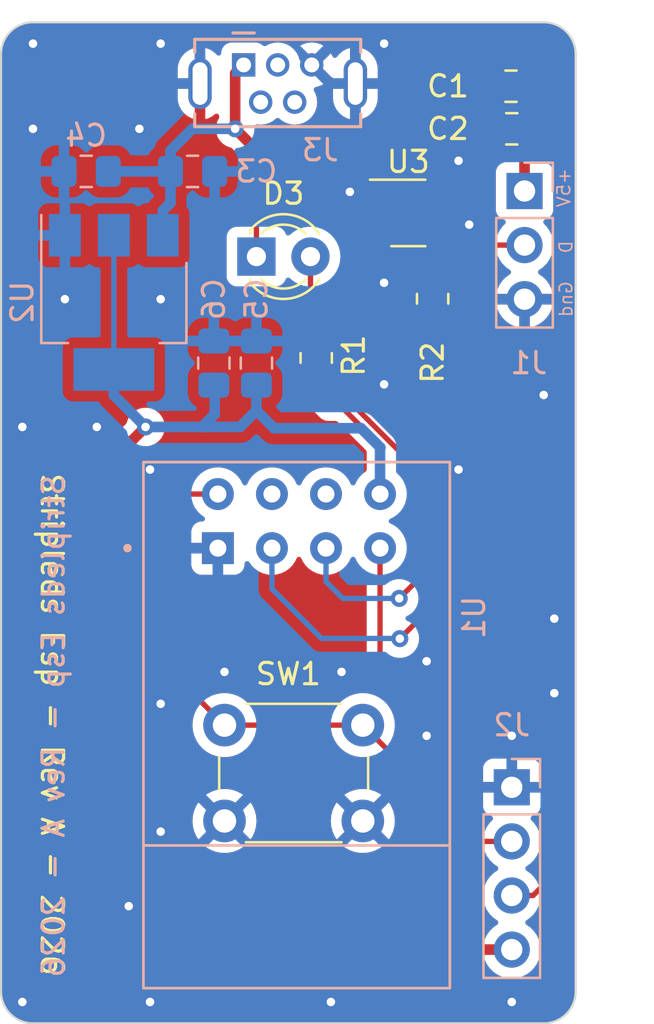
<source format=kicad_pcb>
(kicad_pcb (version 20221018) (generator pcbnew)
  (title_block (title "Carte Stripleds Nano") (date "2025-12-13") (rev "Rev A") (company "BPC") (comment 1 "2 SW - 2 LEDs - 1 Bandeau RGB - Alim USB"))
  (layers (0 "F.Cu" signal) (31 "B.Cu" signal) (34 "B.Paste" user) (35 "F.Paste" user) (36 "B.SilkS" user "B.Silkscreen") (37 "F.SilkS" user "F.Silkscreen") (38 "B.Mask" user) (39 "F.Mask" user) (44 "Edge.Cuts" user))
  (net 0 "")
  (net 1 "Net-(D3-K)")
  (net 2 "Net-(D3-A)")
  (net 3 "DATA")
  (net 4 "Net-(J2-Pin_2)")
  (net 5 "Net-(J2-Pin_3)")
  (net 6 "+3.3V")
  (net 7 "GND")
  (net 10 "+5V")
  (net 14 "Net-(J1-Pin_2)")
  (net 15 "Net-(R2-Pad2)")
  (footprint "Button_Switch_THT:SW_PUSH_6mm" (layer "F.Cu") (at 140.5 87)
    (fp_text reference "SW1" (at 3 -2.4) (layer "F.SilkS"))
    (fp_text value "SW_Push")
    (fp_line (start -0.25 1.5) (end -0.25 3) (stroke (width 0.12)) (layer "F.SilkS"))
    (fp_line (start 1 5.5) (end 5.5 5.5) (stroke (width 0.12)) (layer "F.SilkS"))
    (fp_line (start 5.5 -1) (end 1 -1) (stroke (width 0.12)) (layer "F.SilkS"))
    (fp_line (start 6.75 3) (end 6.75 1.5) (stroke (width 0.12)) (layer "F.SilkS"))
    (pad "1" thru_hole circle (at 0 0 90) (size 2 2) (drill 1.1) (layers "*.Cu" "*.Mask") (net 4 "Net-(J2-Pin_2)"))
    (pad "1" thru_hole circle (at 6.5 0 90) (size 2 2) (drill 1.1) (layers "*.Cu" "*.Mask") (net 4 "Net-(J2-Pin_2)"))
    (pad "2" thru_hole circle (at 0 4.5 90) (size 2 2) (drill 1.1) (layers "*.Cu" "*.Mask") (net 7 "GND"))
    (pad "2" thru_hole circle (at 6.5 4.5 90) (size 2 2) (drill 1.1) (layers "*.Cu" "*.Mask") (net 7 "GND"))
  )
  (footprint "LED_THT:LED_D3.0mm_FlatTop" (layer "F.Cu") (at 142 65)
    (fp_text reference "D3" (at 1.27 -2.96) (layer "F.SilkS"))
    (fp_text value "LED")
    (fp_line (start -0.29 -1.236) (end -0.29 -1.08) (stroke (width 0.12)) (layer "F.SilkS"))
    (fp_line (start -0.29 1.08) (end -0.29 1.236) (stroke (width 0.12)) (layer "F.SilkS"))
    (fp_arc (start -0.29 -1.235516) (mid 1.366487 -1.987659) (end 2.942335 -1.078608) (stroke (width 0.12)) (layer "F.SilkS"))
    (fp_arc (start 0.229039 -1.08) (mid 1.270117 -1.5) (end 2.31113 -1.079837) (stroke (width 0.12)) (layer "F.SilkS"))
    (fp_arc (start 2.31113 1.079837) (mid 1.270117 1.5) (end 0.229039 1.08) (stroke (width 0.12)) (layer "F.SilkS"))
    (fp_arc (start 2.942335 1.078608) (mid 1.366487 1.987659) (end -0.29 1.235516) (stroke (width 0.12)) (layer "F.SilkS"))
    (pad "1" thru_hole rect (at 0 0) (size 1.8 1.8) (drill 0.9) (layers "*.Cu" "*.Mask") (net 1 "Net-(D3-K)"))
    (pad "2" thru_hole circle (at 2.54 0) (size 1.8 1.8) (drill 0.9) (layers "*.Cu" "*.Mask") (net 2 "Net-(D3-A)"))
  )
  (footprint "Resistor_SMD:R_0805_2012Metric_Pad1.20x1.40mm_HandSolder" (layer "F.Cu") (at 144.81 69.76 -90)
    (fp_text reference "R1" (at -0.11 -1.76 90) (layer "F.SilkS"))
    (fp_text value "220")
    (fp_line (start -0.227064 -0.735) (end 0.227064 -0.735) (stroke (width 0.12)) (layer "F.SilkS"))
    (fp_line (start -0.227064 0.735) (end 0.227064 0.735) (stroke (width 0.12)) (layer "F.SilkS"))
    (pad "1" smd roundrect (at -1 0 270) (size 1.2 1.4) (layers "F.Cu" "F.Paste" "F.Mask") (roundrect_rratio 0.208333) (net 2 "Net-(D3-A)"))
    (pad "2" smd roundrect (at 1 0 270) (size 1.2 1.4) (layers "F.Cu" "F.Paste" "F.Mask") (roundrect_rratio 0.208333) (net 6 "+3.3V"))
  )
  (footprint "Capacitor_SMD:C_0805_2012Metric_Pad1.18x1.45mm_HandSolder" (layer "F.Cu") (at 153.9625 57)
    (fp_text reference "C1" (at -2.9625 0) (layer "F.SilkS"))
    (fp_text value "10n")
    (fp_line (start -0.261252 -0.735) (end 0.261252 -0.735) (stroke (width 0.12)) (layer "F.SilkS"))
    (fp_line (start -0.261252 0.735) (end 0.261252 0.735) (stroke (width 0.12)) (layer "F.SilkS"))
    (pad "1" smd roundrect (at -1.0375 0) (size 1.175 1.45) (layers "F.Cu" "F.Paste" "F.Mask") (roundrect_rratio 0.212766) (net 7 "GND"))
    (pad "2" smd roundrect (at 1.0375 0) (size 1.175 1.45) (layers "F.Cu" "F.Paste" "F.Mask") (roundrect_rratio 0.212766) (net 10 "+5V"))
  )
  (footprint "Capacitor_SMD:C_0805_2012Metric_Pad1.18x1.45mm_HandSolder" (layer "F.Cu") (at 154 59 180)
    (fp_text reference "C2" (at 3 0) (layer "F.SilkS"))
    (fp_text value "1µF")
    (fp_line (start -0.261252 -0.735) (end 0.261252 -0.735) (stroke (width 0.12)) (layer "F.SilkS"))
    (fp_line (start -0.261252 0.735) (end 0.261252 0.735) (stroke (width 0.12)) (layer "F.SilkS"))
    (pad "1" smd roundrect (at -1.0375 0 180) (size 1.175 1.45) (layers "F.Cu" "F.Paste" "F.Mask") (roundrect_rratio 0.212766) (net 10 "+5V"))
    (pad "2" smd roundrect (at 1.0375 0 180) (size 1.175 1.45) (layers "F.Cu" "F.Paste" "F.Mask") (roundrect_rratio 0.212766) (net 7 "GND"))
  )
  (footprint "Package_TO_SOT_SMD:SOT-23-5" (layer "F.Cu") (at 149.1375 62.95)
    (fp_text reference "U3" (at 0 -2.4) (layer "F.SilkS"))
    (fp_text value "74AHCT1G125")
    (fp_line (start 0 -1.56) (end -1.8 -1.56) (stroke (width 0.12)) (layer "F.SilkS"))
    (fp_line (start 0 -1.56) (end 0.8 -1.56) (stroke (width 0.12)) (layer "F.SilkS"))
    (fp_line (start 0 1.56) (end -0.8 1.56) (stroke (width 0.12)) (layer "F.SilkS"))
    (fp_line (start 0 1.56) (end 0.8 1.56) (stroke (width 0.12)) (layer "F.SilkS"))
    (pad "1" smd roundrect (at -1.1375 -0.95) (size 1.325 0.6) (layers "F.Cu" "F.Paste" "F.Mask") (net 7 "GND"))
    (pad "2" smd roundrect (at -1.1375 0) (size 1.325 0.6) (layers "F.Cu" "F.Paste" "F.Mask") (net 3 "DATA"))
    (pad "3" smd roundrect (at -1.1375 0.95) (size 1.325 0.6) (layers "F.Cu" "F.Paste" "F.Mask") (net 7 "GND"))
    (pad "4" smd roundrect (at 1.1375 0.95) (size 1.325 0.6) (layers "F.Cu" "F.Paste" "F.Mask") (net 15 "Net-(R2-Pad2)"))
    (pad "5" smd roundrect (at 1.1375 -0.95) (size 1.325 0.6) (layers "F.Cu" "F.Paste" "F.Mask") (net 10 "+5V"))
  )
  (footprint "Resistor_SMD:R_0805_2012Metric_Pad1.20x1.40mm_HandSolder" (layer "F.Cu") (at 150.28 66.98 90)
    (fp_text reference "R2" (at -3 0 -270) (layer "F.SilkS"))
    (fp_text value "100")
    (fp_line (start -0.227064 -0.735) (end 0.227064 -0.735) (stroke (width 0.12)) (layer "F.SilkS"))
    (fp_line (start -0.227064 0.735) (end 0.227064 0.735) (stroke (width 0.12)) (layer "F.SilkS"))
    (pad "1" smd roundrect (at -1 0 90) (size 1.2 1.4) (layers "F.Cu" "F.Paste" "F.Mask") (roundrect_rratio 0.208333) (net 14 "Net-(J1-Pin_2)"))
    (pad "2" smd roundrect (at 1 0 90) (size 1.2 1.4) (layers "F.Cu" "F.Paste" "F.Mask") (roundrect_rratio 0.208333) (net 15 "Net-(R2-Pad2)"))
  )
  (footprint "Capacitor_SMD:C_0805_2012Metric_Pad1.18x1.45mm_HandSolder" (layer "B.Cu") (at 139 61 180)
    (fp_text reference "C3" (at -3 0) (layer "B.SilkS") (effects (justify mirror)))
    (fp_text value "1µF")
    (fp_line (start -0.261252 -0.735) (end 0.261252 -0.735) (stroke (width 0.12)) (layer "B.SilkS"))
    (fp_line (start -0.261252 0.735) (end 0.261252 0.735) (stroke (width 0.12)) (layer "B.SilkS"))
    (pad "1" smd roundrect (at -1.0375 0 180) (size 1.175 1.45) (layers "B.Cu" "B.Paste" "B.Mask") (roundrect_rratio 0.212766) (net 7 "GND"))
    (pad "2" smd roundrect (at 1.0375 0 180) (size 1.175 1.45) (layers "B.Cu" "B.Paste" "B.Mask") (roundrect_rratio 0.212766) (net 10 "+5V"))
  )
  (footprint "Connector_PinHeader_2.54mm:PinHeader_1x04_P2.54mm_Vertical" (layer "B.Cu") (at 154 89.92 180)
    (fp_text reference "J2" (at 0 2.92) (layer "B.SilkS") (effects (justify mirror)))
    (fp_text value "Prog")
    (fp_line (start -1.33 -8.95) (end 1.33 -8.95) (stroke (width 0.12)) (layer "B.SilkS"))
    (fp_line (start -1.33 -1.27) (end -1.33 -8.95) (stroke (width 0.12)) (layer "B.SilkS"))
    (fp_line (start -1.33 -1.27) (end 1.33 -1.27) (stroke (width 0.12)) (layer "B.SilkS"))
    (fp_line (start -1.33 0) (end -1.33 1.33) (stroke (width 0.12)) (layer "B.SilkS"))
    (fp_line (start -1.33 1.33) (end 0 1.33) (stroke (width 0.12)) (layer "B.SilkS"))
    (fp_line (start 1.33 -1.27) (end 1.33 -8.95) (stroke (width 0.12)) (layer "B.SilkS"))
    (pad "1" thru_hole rect (at 0 0 180) (size 1.7 1.7) (drill 1) (layers "*.Cu" "*.Mask") (net 7 "GND"))
    (pad "2" thru_hole oval (at 0 -2.54 180) (size 1.7 1.7) (drill 1) (layers "*.Cu" "*.Mask") (net 4 "Net-(J2-Pin_2)"))
    (pad "3" thru_hole oval (at 0 -5.08 180) (size 1.7 1.7) (drill 1) (layers "*.Cu" "*.Mask") (net 5 "Net-(J2-Pin_3)"))
    (pad "4" thru_hole oval (at 0 -7.62 180) (size 1.7 1.7) (drill 1) (layers "*.Cu" "*.Mask") (net 6 "+3.3V"))
  )
  (footprint "Capacitor_SMD:C_0805_2012Metric_Pad1.18x1.45mm_HandSolder" (layer "B.Cu") (at 142 70 -90)
    (fp_text reference "C5" (at -3 0 90) (layer "B.SilkS") (effects (justify mirror)))
    (fp_text value "1µF")
    (fp_line (start -0.261252 -0.735) (end 0.261252 -0.735) (stroke (width 0.12)) (layer "B.SilkS"))
    (fp_line (start -0.261252 0.735) (end 0.261252 0.735) (stroke (width 0.12)) (layer "B.SilkS"))
    (pad "1" smd roundrect (at -1.0375 0 270) (size 1.175 1.45) (layers "B.Cu" "B.Paste" "B.Mask") (roundrect_rratio 0.212766) (net 7 "GND"))
    (pad "2" smd roundrect (at 1.0375 0 270) (size 1.175 1.45) (layers "B.Cu" "B.Paste" "B.Mask") (roundrect_rratio 0.212766) (net 6 "+3.3V"))
  )
  (footprint "Capacitor_SMD:C_0805_2012Metric_Pad1.18x1.45mm_HandSolder" (layer "B.Cu") (at 134 61 180)
    (fp_text reference "C4" (at 0 1.68) (layer "B.SilkS") (effects (justify mirror)))
    (fp_text value "10n")
    (fp_line (start -0.261252 -0.735) (end 0.261252 -0.735) (stroke (width 0.12)) (layer "B.SilkS"))
    (fp_line (start -0.261252 0.735) (end 0.261252 0.735) (stroke (width 0.12)) (layer "B.SilkS"))
    (pad "1" smd roundrect (at -1.0375 0 180) (size 1.175 1.45) (layers "B.Cu" "B.Paste" "B.Mask") (roundrect_rratio 0.212766) (net 10 "+5V"))
    (pad "2" smd roundrect (at 1.0375 0 180) (size 1.175 1.45) (layers "B.Cu" "B.Paste" "B.Mask") (roundrect_rratio 0.212766) (net 7 "GND"))
  )
  (footprint "Package_TO_SOT_SMD:SOT-223-3_TabPin2" (layer "B.Cu") (at 135.3 67.15 -90)
    (fp_text reference "U2" (at 0 4.3 90) (layer "B.SilkS") (effects (justify mirror)))
    (fp_text value "AMS1117-3.3")
    (fp_line (start -4.1 3.41) (end 1.91 3.41) (stroke (width 0.12)) (layer "B.SilkS"))
    (fp_line (start -1.85 -3.41) (end 1.91 -3.41) (stroke (width 0.12)) (layer "B.SilkS"))
    (fp_line (start 1.91 -3.41) (end 1.91 -2.15) (stroke (width 0.12)) (layer "B.SilkS"))
    (fp_line (start 1.91 3.41) (end 1.91 2.15) (stroke (width 0.12)) (layer "B.SilkS"))
    (pad "1" smd rect (at -3.15 2.3 270) (size 2 1.5) (layers "B.Cu" "B.Paste" "B.Mask") (net 7 "GND"))
    (pad "2" smd rect (at -3.15 0 270) (size 2 1.5) (layers "B.Cu" "B.Paste" "B.Mask") (net 6 "+3.3V"))
    (pad "2" smd rect (at 3.15 0 270) (size 2 3.8) (layers "B.Cu" "B.Paste" "B.Mask") (net 6 "+3.3V"))
    (pad "3" smd rect (at -3.15 -2.3 270) (size 2 1.5) (layers "B.Cu" "B.Paste" "B.Mask") (net 10 "+5V"))
  )
  (footprint "Connector_PinHeader_2.54mm:PinHeader_1x03_P2.54mm_Vertical" (layer "B.Cu") (at 154.6 61.92 180)
    (fp_text reference "J1" (at -0.2 -8.08 180) (layer "B.SilkS") (effects (justify mirror)))
    (fp_text value "LEDs")
    (fp_line (start -1.33 -6.41) (end 1.33 -6.41) (stroke (width 0.12)) (layer "B.SilkS"))
    (fp_line (start -1.33 -1.27) (end -1.33 -6.41) (stroke (width 0.12)) (layer "B.SilkS"))
    (fp_line (start -1.33 -1.27) (end 1.33 -1.27) (stroke (width 0.12)) (layer "B.SilkS"))
    (fp_line (start -1.33 0) (end -1.33 1.33) (stroke (width 0.12)) (layer "B.SilkS"))
    (fp_line (start -1.33 1.33) (end 0 1.33) (stroke (width 0.12)) (layer "B.SilkS"))
    (fp_line (start 1.33 -1.27) (end 1.33 -6.41) (stroke (width 0.12)) (layer "B.SilkS"))
    (pad "1" thru_hole rect (at 0 0 180) (size 1.7 1.7) (drill 1) (layers "*.Cu" "*.Mask") (net 10 "+5V"))
    (pad "2" thru_hole oval (at 0 -2.54 180) (size 1.7 1.7) (drill 1) (layers "*.Cu" "*.Mask") (net 14 "Net-(J1-Pin_2)"))
    (pad "3" thru_hole oval (at 0 -5.08 180) (size 1.7 1.7) (drill 1) (layers "*.Cu" "*.Mask") (net 7 "GND"))
  )
  (footprint "Connector_USB:USB_Mini-B_Tensility_54-00023_Vertical" (layer "B.Cu") (at 141.4 56)
    (fp_text reference "J3" (at 3.6 4) (layer "B.SilkS") (effects (justify mirror)))
    (fp_text value "USB_B_Mini")
    (fp_line (start -2.3 -1.2) (end 5.5 -1.2) (stroke (width 0.15)) (layer "B.SilkS"))
    (fp_line (start -2.3 -0.6) (end -2.3 -1.2) (stroke (width 0.15)) (layer "B.SilkS"))
    (fp_line (start -2.3 2.3) (end -2.3 2.9) (stroke (width 0.15)) (layer "B.SilkS"))
    (fp_line (start -2.3 2.9) (end 5.5 2.9) (stroke (width 0.15)) (layer "B.SilkS"))
    (fp_line (start -0.5 -1.5) (end 0.5 -1.5) (stroke (width 0.15)) (layer "B.SilkS"))
    (fp_line (start 5.5 -1.2) (end 5.5 -0.6) (stroke (width 0.15)) (layer "B.SilkS"))
    (fp_line (start 5.5 2.9) (end 5.5 2.3) (stroke (width 0.15)) (layer "B.SilkS"))
    (pad "1" thru_hole rect (at 0 0) (size 1.1 1.1) (drill 0.7) (layers "*.Cu" "*.Mask") (net 10 "+5V"))
    (pad "2" thru_hole circle (at 0.8 1.75) (size 1.1 1.1) (drill 0.7) (layers "*.Cu" "*.Mask"))
    (pad "3" thru_hole circle (at 1.6 0) (size 1.1 1.1) (drill 0.7) (layers "*.Cu" "*.Mask"))
    (pad "4" thru_hole circle (at 2.4 1.75) (size 1.1 1.1) (drill 0.7) (layers "*.Cu" "*.Mask"))
    (pad "5" thru_hole circle (at 3.2 0) (size 1.1 1.1) (drill 0.7) (layers "*.Cu" "*.Mask") (net 7 "GND"))
    (pad "6" thru_hole oval (at -2.05 0.875) (size 1.1 2.4) (drill oval 0.7 2) (layers "*.Cu" "*.Mask") (net 7 "GND"))
    (pad "6" thru_hole oval (at 5.25 0.875) (size 1.1 2.4) (drill oval 0.7 2) (layers "*.Cu" "*.Mask") (net 7 "GND"))
  )
  (footprint "Capacitor_SMD:C_0805_2012Metric_Pad1.18x1.45mm_HandSolder" (layer "B.Cu") (at 140 70 90)
    (fp_text reference "C6" (at 3 0 90) (layer "B.SilkS") (effects (justify mirror)))
    (fp_text value "10n")
    (fp_line (start -0.261252 -0.735) (end 0.261252 -0.735) (stroke (width 0.12)) (layer "B.SilkS"))
    (fp_line (start -0.261252 0.735) (end 0.261252 0.735) (stroke (width 0.12)) (layer "B.SilkS"))
    (pad "1" smd roundrect (at -1.0375 0 90) (size 1.175 1.45) (layers "B.Cu" "B.Paste" "B.Mask") (roundrect_rratio 0.212766) (net 6 "+3.3V"))
    (pad "2" smd roundrect (at 1.0375 0 90) (size 1.175 1.45) (layers "B.Cu" "B.Paste" "B.Mask") (roundrect_rratio 0.212766) (net 7 "GND"))
  )
  (footprint "bpc:BPC_XCVR_ESP8266-01_ESP-01" (layer "B.Cu") (at 144 87)
    (fp_text reference "U1" (at 8.23 -5.06 90) (layer "B.SilkS") (effects (justify mirror)))
    (fp_text value "BPC_ESP8266-01_ESP-01")
    (fp_line (start -7.31 -12.35) (end -7.31 5.65) (stroke (width 0.127)) (layer "B.SilkS"))
    (fp_line (start -7.31 5.65) (end -7.31 12.35) (stroke (width 0.127)) (layer "B.SilkS"))
    (fp_line (start -7.31 12.35) (end 7.09 12.35) (stroke (width 0.127)) (layer "B.SilkS"))
    (fp_line (start 7.09 -12.35) (end -7.31 -12.35) (stroke (width 0.127)) (layer "B.SilkS"))
    (fp_line (start 7.09 5.65) (end -7.31 5.65) (stroke (width 0.127)) (layer "B.SilkS"))
    (fp_line (start 7.09 5.65) (end 7.09 -12.35) (stroke (width 0.127)) (layer "B.SilkS"))
    (fp_line (start 7.09 12.35) (end 7.09 5.65) (stroke (width 0.127)) (layer "B.SilkS"))
    (fp_circle (center -8.06 -8.31) (end -7.96 -8.31) (stroke (width 0.2)) (fill none) (layer "B.SilkS"))
    (pad "1" thru_hole rect (at -3.81 -8.31) (size 1.5 1.5) (drill 0.8) (layers "*.Cu" "*.Mask") (net 7 "GND"))
    (pad "2" thru_hole circle (at -1.27 -8.31) (size 1.5 1.5) (drill 0.8) (layers "*.Cu" "*.Mask") (net 3 "DATA"))
    (pad "3" thru_hole circle (at 1.27 -8.31) (size 1.5 1.5) (drill 0.8) (layers "*.Cu" "*.Mask") (net 1 "Net-(D3-K)"))
    (pad "4" thru_hole circle (at 3.81 -8.31) (size 1.5 1.5) (drill 0.8) (layers "*.Cu" "*.Mask") (net 5 "Net-(J2-Pin_3)"))
    (pad "5" thru_hole circle (at -3.81 -10.85) (size 1.5 1.5) (drill 0.8) (layers "*.Cu" "*.Mask") (net 4 "Net-(J2-Pin_2)"))
    (pad "6" thru_hole circle (at -1.27 -10.85) (size 1.5 1.5) (drill 0.8) (layers "*.Cu" "*.Mask"))
    (pad "7" thru_hole circle (at 1.27 -10.85) (size 1.5 1.5) (drill 0.8) (layers "*.Cu" "*.Mask"))
    (pad "8" thru_hole circle (at 3.81 -10.85) (size 1.5 1.5) (drill 0.8) (layers "*.Cu" "*.Mask") (net 6 "+3.3V"))
  )
  (gr_line (start 130 99.5) (end 130 55.5) (stroke (width 0.1)) (layer "Edge.Cuts"))
  (gr_arc (start 130 55.5) (mid 130.43934 54.43934) (end 131.5 54) (stroke (width 0.1)) (layer "Edge.Cuts"))
  (gr_line (start 157 55.5) (end 157 99.5) (stroke (width 0.1)) (layer "Edge.Cuts"))
  (gr_line (start 131.5 54) (end 155.5 54) (stroke (width 0.1)) (layer "Edge.Cuts"))
  (gr_arc (start 157 99.5) (mid 156.56066 100.56066) (end 155.5 101) (stroke (width 0.1)) (layer "Edge.Cuts"))
  (gr_line (start 155.5 101) (end 131.5 101) (stroke (width 0.1)) (layer "Edge.Cuts"))
  (gr_arc (start 131.5 101) (mid 130.43934 100.56066) (end 130 99.5) (stroke (width 0.1)) (layer "Edge.Cuts"))
  (gr_arc (start 155.5 54) (mid 156.56066 54.43934) (end 157 55.5) (stroke (width 0.1)) (layer "Edge.Cuts"))
  (gr_text "Gnd" (at 156.9 66.1 90) (layer "B.SilkS") (effects (font (size 0.6 0.6) (thickness 0.08)) (justify left bottom mirror)))
  (gr_text "+5V" (at 156.8 60.8 90) (layer "B.SilkS") (effects (font (size 0.6 0.6) (thickness 0.08)) (justify left bottom mirror)))
  (gr_text "D" (at 156.9 64.2 90) (layer "B.SilkS") (effects (font (size 0.6 0.6) (thickness 0.08)) (justify left bottom mirror)))
  (gr_text "Stripleds Esp - Rev A - 2026" (at 133.05 75.17 90) (layer "B.SilkS") (effects (font (size 1 1)) (justify left bottom mirror)))
  (gr_text "Stripleds Esp - Rev A - 2026" (at 131.81 75.08 270) (layer "F.SilkS") (effects (font (size 1 1)) (justify left bottom)))
  (segment (start 144.55 62.24) (end 146.1 63.79) (width 0.25) (layer "F.Cu") (net 1))
  (segment (start 146.1 71.523604) (end 149.54 74.963604) (width 0.25) (layer "F.Cu") (net 1))
  (segment (start 149.54 80.22) (end 148.71 81.05) (width 0.25) (layer "F.Cu") (net 1))
  (segment (start 146.1 63.79) (end 146.1 71.523604) (width 0.25) (layer "F.Cu") (net 1))
  (segment (start 142 63.17) (end 142.93 62.24) (width 0.25) (layer "F.Cu") (net 1))
  (segment (start 149.54 74.963604) (end 149.54 80.22) (width 0.25) (layer "F.Cu") (net 1))
  (segment (start 142 65) (end 142 63.17) (width 0.25) (layer "F.Cu") (net 1))
  (segment (start 142.93 62.24) (end 144.55 62.24) (width 0.25) (layer "F.Cu") (net 1))
  (via (at 148.71 81.05) (size 0.8) (drill 0.4) (layers "F.Cu" "B.Cu") (net 1))
  (segment (start 145.27 80.26) (end 146.06 81.05) (width 0.25) (layer "B.Cu") (net 1))
  (segment (start 145.27 78.69) (end 145.27 80.26) (width 0.25) (layer "B.Cu") (net 1))
  (segment (start 146.06 81.05) (end 148.71 81.05) (width 0.25) (layer "B.Cu") (net 1))
  (segment (start 144.81 68.76) (end 144.81 66.71) (width 0.25) (layer "F.Cu") (net 2))
  (segment (start 144.54 65) (end 144.54 66.44) (width 0.25) (layer "F.Cu") (net 2))
  (segment (start 144.81 66.71) (end 144.54 66.44) (width 0.25) (layer "F.Cu") (net 2))
  (segment (start 146.65 71.437208) (end 149.995 74.782208) (width 0.25) (layer "F.Cu") (net 3))
  (segment (start 149.995 81.685) (end 148.74 82.94) (width 0.25) (layer "F.Cu") (net 3))
  (segment (start 148 62.95) (end 147.31 62.95) (width 0.25) (layer "F.Cu") (net 3))
  (segment (start 147.31 62.95) (end 146.65 63.61) (width 0.25) (layer "F.Cu") (net 3))
  (segment (start 146.65 63.61) (end 146.65 71.437208) (width 0.25) (layer "F.Cu") (net 3))
  (segment (start 149.995 74.782208) (end 149.995 81.685) (width 0.25) (layer "F.Cu") (net 3))
  (via (at 148.74 82.94) (size 0.8) (drill 0.4) (layers "F.Cu" "B.Cu") (net 3))
  (segment (start 142.73 80.6) (end 145.06 82.93) (width 0.25) (layer "B.Cu") (net 3))
  (segment (start 148.73 82.93) (end 148.74 82.94) (width 0.25) (layer "B.Cu") (net 3))
  (segment (start 145.06 82.93) (end 148.73 82.93) (width 0.25) (layer "B.Cu") (net 3))
  (segment (start 142.73 78.69) (end 142.73 80.6) (width 0.25) (layer "B.Cu") (net 3))
  (segment (start 140.5 87) (end 147 87) (width 0.25) (layer "F.Cu") (net 4))
  (segment (start 140.19 76.15) (end 138.85 76.15) (width 0.25) (layer "F.Cu") (net 4))
  (segment (start 138 84.5) (end 140.5 87) (width 0.25) (layer "F.Cu") (net 4))
  (segment (start 138 77) (end 138 84.5) (width 0.25) (layer "F.Cu") (net 4))
  (segment (start 138.85 76.15) (end 138 77) (width 0.25) (layer "F.Cu") (net 4))
  (segment (start 154 92.46) (end 152.46 92.46) (width 0.25) (layer "F.Cu") (net 4))
  (segment (start 152.46 92.46) (end 147 87) (width 0.25) (layer "F.Cu") (net 4))
  (segment (start 149.69 86.19) (end 154.43 86.19) (width 0.25) (layer "F.Cu") (net 5))
  (segment (start 155 95) (end 156 94) (width 0.25) (layer "F.Cu") (net 5))
  (segment (start 154.43 86.19) (end 156 87.76) (width 0.25) (layer "F.Cu") (net 5))
  (segment (start 147.81 78.69) (end 147.81 84.31) (width 0.25) (layer "F.Cu") (net 5))
  (segment (start 154 95) (end 155 95) (width 0.25) (layer "F.Cu") (net 5))
  (segment (start 147.81 84.31) (end 149.69 86.19) (width 0.25) (layer "F.Cu") (net 5))
  (segment (start 156 94) (end 156 87.76) (width 0.25) (layer "F.Cu") (net 5))
  (segment (start 144.81 70.76) (end 144.82 70.77) (width 0.25) (layer "F.Cu") (net 6))
  (segment (start 146.03 72.09) (end 147.81 73.87) (width 0.25) (layer "F.Cu") (net 6))
  (segment (start 135.71 97.54) (end 134.52 96.35) (width 0.5) (layer "F.Cu") (net 6))
  (segment (start 134.52 75.27) (end 136.79 73) (width 0.5) (layer "F.Cu") (net 6))
  (segment (start 145.41 72.09) (end 146.03 72.09) (width 0.25) (layer "F.Cu") (net 6))
  (segment (start 154 97.54) (end 135.71 97.54) (width 0.5) (layer "F.Cu") (net 6))
  (segment (start 144.82 71.5) (end 145.41 72.09) (width 0.25) (layer "F.Cu") (net 6))
  (segment (start 134.52 96.35) (end 134.52 75.27) (width 0.5) (layer "F.Cu") (net 6))
  (segment (start 144.82 70.77) (end 144.82 71.5) (width 0.25) (layer "F.Cu") (net 6))
  (segment (start 147.81 73.87) (end 147.81 76.15) (width 0.25) (layer "F.Cu") (net 6))
  (via (at 136.79 73) (size 0.8) (drill 0.4) (layers "F.Cu" "B.Cu") (net 6))
  (segment (start 142.83 73.06) (end 146.92 73.06) (width 0.5) (layer "B.Cu") (net 6))
  (segment (start 147.83 73.97) (end 147.81 73.99) (width 0.5) (layer "B.Cu") (net 6))
  (segment (start 142 72.23) (end 142.83 73.06) (width 0.5) (layer "B.Cu") (net 6))
  (segment (start 136.79 73) (end 139.44 73) (width 0.5) (layer "B.Cu") (net 6))
  (segment (start 140.04 71.0775) (end 140 71.0375) (width 0.5) (layer "B.Cu") (net 6))
  (segment (start 141.23 73) (end 142 72.23) (width 0.5) (layer "B.Cu") (net 6))
  (segment (start 142 71.0375) (end 142 72.23) (width 0.5) (layer "B.Cu") (net 6))
  (segment (start 139.44 73) (end 140.04 72.4) (width 0.5) (layer "B.Cu") (net 6))
  (segment (start 146.92 73.06) (end 147.83 73.97) (width 0.5) (layer "B.Cu") (net 6))
  (segment (start 139.44 73) (end 141.23 73) (width 0.5) (layer "B.Cu") (net 6))
  (segment (start 147.81 73.99) (end 147.81 76.15) (width 0.5) (layer "B.Cu") (net 6))
  (segment (start 140.04 72.4) (end 140.04 71.0775) (width 0.5) (layer "B.Cu") (net 6))
  (segment (start 135.3 64) (end 135.3 70.3) (width 0.25) (layer "B.Cu") (net 6))
  (segment (start 135.3 71.51) (end 136.79 73) (width 0.5) (layer "B.Cu") (net 6))
  (segment (start 135.3 70.3) (end 135.3 71.51) (width 0.5) (layer "B.Cu") (net 6))
  (segment (start 148 62) (end 146.43 62) (width 0.25) (layer "F.Cu") (net 7))
  (segment (start 148 63.9) (end 148 66.23) (width 0.25) (layer "F.Cu") (net 7))
  (segment (start 146.43 62) (end 146.39 61.96) (width 0.25) (layer "F.Cu") (net 7))
  (via (at 137.5 67) (size 0.8) (drill 0.4) (layers "F.Cu" "B.Cu") (net 7))
  (via (at 152 63.5) (size 0.8) (drill 0.4) (layers "F.Cu" "B.Cu") (net 7))
  (via (at 154 100) (size 0.8) (drill 0.4) (layers "F.Cu" "B.Cu") (net 7))
  (via (at 137.5 55) (size 0.8) (drill 0.4) (layers "F.Cu" "B.Cu") (net 7))
  (via (at 146 84.5) (size 0.8) (drill 0.4) (layers "F.Cu" "B.Cu") (net 7))
  (via (at 134.5 73) (size 0.8) (drill 0.4) (layers "F.Cu" "B.Cu") (net 7))
  (via (at 154 87.5) (size 0.8) (drill 0.4) (layers "F.Cu" "B.Cu") (net 7))
  (via (at 136 95.5) (size 0.8) (drill 0.4) (layers "F.Cu" "B.Cu") (net 7))
  (via (at 137.5 86) (size 0.8) (drill 0.4) (layers "F.Cu" "B.Cu") (net 7))
  (via (at 148 55) (size 0.8) (drill 0.4) (layers "F.Cu" "B.Cu") (net 7))
  (via (at 131.5 55) (size 0.8) (drill 0.4) (layers "F.Cu" "B.Cu") (net 7))
  (via (at 137 100) (size 0.8) (drill 0.4) (layers "F.Cu" "B.Cu") (net 7))
  (via (at 155.5 71.5) (size 0.8) (drill 0.4) (layers "F.Cu" "B.Cu") (net 7))
  (via (at 136.5 59) (size 0.8) (drill 0.4) (layers "F.Cu" "B.Cu") (net 7))
  (via (at 145.5 100) (size 0.8) (drill 0.4) (layers "F.Cu" "B.Cu") (net 7))
  (via (at 146.39 61.96) (size 0.8) (drill 0.4) (layers "F.Cu" "B.Cu") (net 7))
  (via (at 151.5 75) (size 0.8) (drill 0.4) (layers "F.Cu" "B.Cu") (net 7))
  (via (at 131 73) (size 0.8) (drill 0.4) (layers "F.Cu" "B.Cu") (net 7))
  (via (at 150 84) (size 0.8) (drill 0.4) (layers "F.Cu" "B.Cu") (net 7))
  (via (at 150 87.5) (size 0.8) (drill 0.4) (layers "F.Cu" "B.Cu") (net 7))
  (via (at 148 71) (size 0.8) (drill 0.4) (layers "F.Cu" "B.Cu") (net 7))
  (via (at 137.5 92) (size 0.8) (drill 0.4) (layers "F.Cu" "B.Cu") (net 7))
  (via (at 156 85.5) (size 0.8) (drill 0.4) (layers "F.Cu" "B.Cu") (net 7))
  (via (at 140.5 84.5) (size 0.8) (drill 0.4) (layers "F.Cu" "B.Cu") (net 7))
  (via (at 133 67) (size 0.8) (drill 0.4) (layers "F.Cu" "B.Cu") (net 7))
  (via (at 137 75) (size 0.8) (drill 0.4) (layers "F.Cu" "B.Cu") (net 7))
  (via (at 148 66.23) (size 0.8) (drill 0.4) (layers "F.Cu" "B.Cu") (net 7))
  (via (at 151.5 60.5) (size 0.8) (drill 0.4) (layers "F.Cu" "B.Cu") (net 7))
  (via (at 131 100) (size 0.8) (drill 0.4) (layers "F.Cu" "B.Cu") (net 7))
  (via (at 131.5 59) (size 0.8) (drill 0.4) (layers "F.Cu" "B.Cu") (net 7))
  (via (at 156 82) (size 0.8) (drill 0.4) (layers "F.Cu" "B.Cu") (net 7))
  (segment (start 150 55) (end 154 55) (width 0.5) (layer "F.Cu") (net 10))
  (segment (start 155 57) (end 155 56) (width 0.5) (layer "F.Cu") (net 10))
  (segment (start 154.6 61.92) (end 154.6 60.4375) (width 0.5) (layer "F.Cu") (net 10))
  (segment (start 155 57) (end 155 58.9625) (width 0.5) (layer "F.Cu") (net 10))
  (segment (start 154.6 60.4375) (end 155.0375 60) (width 0.5) (layer "F.Cu") (net 10))
  (segment (start 150.275 59.275) (end 149 58) (width 0.25) (layer "F.Cu") (net 10))
  (segment (start 155 56) (end 154 55) (width 0.5) (layer "F.Cu") (net 10))
  (segment (start 141 59) (end 142 60) (width 0.5) (layer "F.Cu") (net 10))
  (segment (start 147 60) (end 149 58) (width 0.5) (layer "F.Cu") (net 10))
  (segment (start 141 56.4) (end 141.4 56) (width 0.5) (layer "F.Cu") (net 10))
  (segment (start 150.275 62) (end 150.275 59.275) (width 0.25) (layer "F.Cu") (net 10))
  (segment (start 141 59) (end 141 56.4) (width 0.5) (layer "F.Cu") (net 10))
  (segment (start 155.0375 60) (end 155.0375 59) (width 0.5) (layer "F.Cu") (net 10))
  (segment (start 149 56) (end 150 55) (width 0.5) (layer "F.Cu") (net 10))
  (segment (start 149 58) (end 149 56) (width 0.5) (layer "F.Cu") (net 10))
  (segment (start 155 58.9625) (end 155.0375 59) (width 0.5) (layer "F.Cu") (net 10))
  (segment (start 142 60) (end 147 60) (width 0.5) (layer "F.Cu") (net 10))
  (via (at 141 59) (size 0.8) (drill 0.4) (layers "F.Cu" "B.Cu") (net 10))
  (segment (start 138.99 59) (end 141 59) (width 0.5) (layer "B.Cu") (net 10))
  (segment (start 137.9625 60.0275) (end 138.99 59) (width 0.5) (layer "B.Cu") (net 10))
  (segment (start 137.6 64) (end 137.6 62.84) (width 0.5) (layer "B.Cu") (net 10))
  (segment (start 137.9625 62.4775) (end 137.6 62.84) (width 0.5) (layer "B.Cu") (net 10))
  (segment (start 137.9625 61) (end 137.9625 62.4775) (width 0.5) (layer "B.Cu") (net 10))
  (segment (start 137.9625 61) (end 137.9625 60.0275) (width 0.5) (layer "B.Cu") (net 10))
  (segment (start 137.9625 61) (end 135.0375 61) (width 0.5) (layer "B.Cu") (net 10))
  (segment (start 153.07 64.46) (end 152.36 65.17) (width 0.25) (layer "F.Cu") (net 14))
  (segment (start 154.6 64.46) (end 153.07 64.46) (width 0.25) (layer "F.Cu") (net 14))
  (segment (start 152.36 67.48) (end 151.89 67.95) (width 0.25) (layer "F.Cu") (net 14))
  (segment (start 151.89 67.95) (end 150.31 67.95) (width 0.25) (layer "F.Cu") (net 14))
  (segment (start 152.36 65.17) (end 152.36 67.48) (width 0.25) (layer "F.Cu") (net 14))
  (segment (start 150.31 67.95) (end 150.28 67.98) (width 0.25) (layer "F.Cu") (net 14))
  (segment (start 150.28 63.905) (end 150.275 63.9) (width 0.25) (layer "F.Cu") (net 15))
  (segment (start 150.28 65.98) (end 150.28 63.905) (width 0.25) (layer "F.Cu") (net 15))
  (zone (net 7) (net_name "GND") (layers "F&B.Cu") (connect_pads (clearance 0.5)) (min_thickness 0.25) (fill yes (thermal_gap 0.5) (thermal_bridge_width 0.5))
    (polygon (pts (xy 130 54) (xy 157 54) (xy 157 101) (xy 130 101)))
  )
)
</source>
